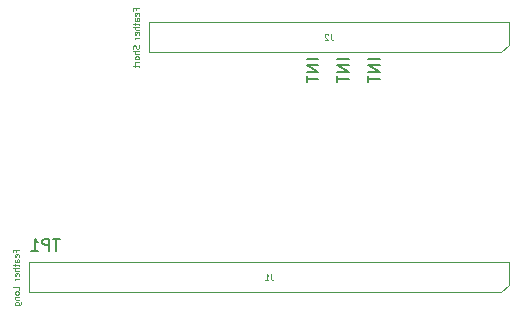
<source format=gbr>
G04 #@! TF.GenerationSoftware,KiCad,Pcbnew,(5.1.5-0-10_14)*
G04 #@! TF.CreationDate,2020-02-04T14:09:25+01:00*
G04 #@! TF.ProjectId,FeatherCAN,46656174-6865-4724-9341-4e2e6b696361,1.0*
G04 #@! TF.SameCoordinates,Original*
G04 #@! TF.FileFunction,Other,Fab,Bot*
%FSLAX46Y46*%
G04 Gerber Fmt 4.6, Leading zero omitted, Abs format (unit mm)*
G04 Created by KiCad (PCBNEW (5.1.5-0-10_14)) date 2020-02-04 14:09:25*
%MOMM*%
%LPD*%
G04 APERTURE LIST*
%ADD10C,0.100000*%
%ADD11C,0.150000*%
G04 APERTURE END LIST*
D10*
X161920000Y-96505000D02*
X161920000Y-94600000D01*
X161920000Y-94600000D02*
X131440000Y-94600000D01*
X131440000Y-94600000D02*
X131440000Y-97140000D01*
X131440000Y-97140000D02*
X161285000Y-97140000D01*
X161285000Y-97140000D02*
X161920000Y-96505000D01*
X161920000Y-116825000D02*
X161920000Y-114920000D01*
X161920000Y-114920000D02*
X121280000Y-114920000D01*
X121280000Y-114920000D02*
X121280000Y-117460000D01*
X121280000Y-117460000D02*
X161285000Y-117460000D01*
X161285000Y-117460000D02*
X161920000Y-116825000D01*
X130344285Y-93584285D02*
X130344285Y-93417619D01*
X130606190Y-93417619D02*
X130106190Y-93417619D01*
X130106190Y-93655714D01*
X130582380Y-94036666D02*
X130606190Y-93989047D01*
X130606190Y-93893809D01*
X130582380Y-93846190D01*
X130534761Y-93822380D01*
X130344285Y-93822380D01*
X130296666Y-93846190D01*
X130272857Y-93893809D01*
X130272857Y-93989047D01*
X130296666Y-94036666D01*
X130344285Y-94060476D01*
X130391904Y-94060476D01*
X130439523Y-93822380D01*
X130606190Y-94489047D02*
X130344285Y-94489047D01*
X130296666Y-94465238D01*
X130272857Y-94417619D01*
X130272857Y-94322380D01*
X130296666Y-94274761D01*
X130582380Y-94489047D02*
X130606190Y-94441428D01*
X130606190Y-94322380D01*
X130582380Y-94274761D01*
X130534761Y-94250952D01*
X130487142Y-94250952D01*
X130439523Y-94274761D01*
X130415714Y-94322380D01*
X130415714Y-94441428D01*
X130391904Y-94489047D01*
X130272857Y-94655714D02*
X130272857Y-94846190D01*
X130106190Y-94727142D02*
X130534761Y-94727142D01*
X130582380Y-94750952D01*
X130606190Y-94798571D01*
X130606190Y-94846190D01*
X130606190Y-95012857D02*
X130106190Y-95012857D01*
X130606190Y-95227142D02*
X130344285Y-95227142D01*
X130296666Y-95203333D01*
X130272857Y-95155714D01*
X130272857Y-95084285D01*
X130296666Y-95036666D01*
X130320476Y-95012857D01*
X130582380Y-95655714D02*
X130606190Y-95608095D01*
X130606190Y-95512857D01*
X130582380Y-95465238D01*
X130534761Y-95441428D01*
X130344285Y-95441428D01*
X130296666Y-95465238D01*
X130272857Y-95512857D01*
X130272857Y-95608095D01*
X130296666Y-95655714D01*
X130344285Y-95679523D01*
X130391904Y-95679523D01*
X130439523Y-95441428D01*
X130606190Y-95893809D02*
X130272857Y-95893809D01*
X130368095Y-95893809D02*
X130320476Y-95917619D01*
X130296666Y-95941428D01*
X130272857Y-95989047D01*
X130272857Y-96036666D01*
X130582380Y-96560476D02*
X130606190Y-96631904D01*
X130606190Y-96750952D01*
X130582380Y-96798571D01*
X130558571Y-96822380D01*
X130510952Y-96846190D01*
X130463333Y-96846190D01*
X130415714Y-96822380D01*
X130391904Y-96798571D01*
X130368095Y-96750952D01*
X130344285Y-96655714D01*
X130320476Y-96608095D01*
X130296666Y-96584285D01*
X130249047Y-96560476D01*
X130201428Y-96560476D01*
X130153809Y-96584285D01*
X130130000Y-96608095D01*
X130106190Y-96655714D01*
X130106190Y-96774761D01*
X130130000Y-96846190D01*
X130606190Y-97060476D02*
X130106190Y-97060476D01*
X130606190Y-97274761D02*
X130344285Y-97274761D01*
X130296666Y-97250952D01*
X130272857Y-97203333D01*
X130272857Y-97131904D01*
X130296666Y-97084285D01*
X130320476Y-97060476D01*
X130606190Y-97584285D02*
X130582380Y-97536666D01*
X130558571Y-97512857D01*
X130510952Y-97489047D01*
X130368095Y-97489047D01*
X130320476Y-97512857D01*
X130296666Y-97536666D01*
X130272857Y-97584285D01*
X130272857Y-97655714D01*
X130296666Y-97703333D01*
X130320476Y-97727142D01*
X130368095Y-97750952D01*
X130510952Y-97750952D01*
X130558571Y-97727142D01*
X130582380Y-97703333D01*
X130606190Y-97655714D01*
X130606190Y-97584285D01*
X130606190Y-97965238D02*
X130272857Y-97965238D01*
X130368095Y-97965238D02*
X130320476Y-97989047D01*
X130296666Y-98012857D01*
X130272857Y-98060476D01*
X130272857Y-98108095D01*
X130272857Y-98203333D02*
X130272857Y-98393809D01*
X130106190Y-98274761D02*
X130534761Y-98274761D01*
X130582380Y-98298571D01*
X130606190Y-98346190D01*
X130606190Y-98393809D01*
X146846666Y-95596190D02*
X146846666Y-95953333D01*
X146870476Y-96024761D01*
X146918095Y-96072380D01*
X146989523Y-96096190D01*
X147037142Y-96096190D01*
X146632380Y-95643809D02*
X146608571Y-95620000D01*
X146560952Y-95596190D01*
X146441904Y-95596190D01*
X146394285Y-95620000D01*
X146370476Y-95643809D01*
X146346666Y-95691428D01*
X146346666Y-95739047D01*
X146370476Y-95810476D01*
X146656190Y-96096190D01*
X146346666Y-96096190D01*
X120184285Y-114011428D02*
X120184285Y-113844761D01*
X120446190Y-113844761D02*
X119946190Y-113844761D01*
X119946190Y-114082857D01*
X120422380Y-114463809D02*
X120446190Y-114416190D01*
X120446190Y-114320952D01*
X120422380Y-114273333D01*
X120374761Y-114249523D01*
X120184285Y-114249523D01*
X120136666Y-114273333D01*
X120112857Y-114320952D01*
X120112857Y-114416190D01*
X120136666Y-114463809D01*
X120184285Y-114487619D01*
X120231904Y-114487619D01*
X120279523Y-114249523D01*
X120446190Y-114916190D02*
X120184285Y-114916190D01*
X120136666Y-114892380D01*
X120112857Y-114844761D01*
X120112857Y-114749523D01*
X120136666Y-114701904D01*
X120422380Y-114916190D02*
X120446190Y-114868571D01*
X120446190Y-114749523D01*
X120422380Y-114701904D01*
X120374761Y-114678095D01*
X120327142Y-114678095D01*
X120279523Y-114701904D01*
X120255714Y-114749523D01*
X120255714Y-114868571D01*
X120231904Y-114916190D01*
X120112857Y-115082857D02*
X120112857Y-115273333D01*
X119946190Y-115154285D02*
X120374761Y-115154285D01*
X120422380Y-115178095D01*
X120446190Y-115225714D01*
X120446190Y-115273333D01*
X120446190Y-115440000D02*
X119946190Y-115440000D01*
X120446190Y-115654285D02*
X120184285Y-115654285D01*
X120136666Y-115630476D01*
X120112857Y-115582857D01*
X120112857Y-115511428D01*
X120136666Y-115463809D01*
X120160476Y-115440000D01*
X120422380Y-116082857D02*
X120446190Y-116035238D01*
X120446190Y-115940000D01*
X120422380Y-115892380D01*
X120374761Y-115868571D01*
X120184285Y-115868571D01*
X120136666Y-115892380D01*
X120112857Y-115940000D01*
X120112857Y-116035238D01*
X120136666Y-116082857D01*
X120184285Y-116106666D01*
X120231904Y-116106666D01*
X120279523Y-115868571D01*
X120446190Y-116320952D02*
X120112857Y-116320952D01*
X120208095Y-116320952D02*
X120160476Y-116344761D01*
X120136666Y-116368571D01*
X120112857Y-116416190D01*
X120112857Y-116463809D01*
X120446190Y-117249523D02*
X120446190Y-117011428D01*
X119946190Y-117011428D01*
X120446190Y-117487619D02*
X120422380Y-117440000D01*
X120398571Y-117416190D01*
X120350952Y-117392380D01*
X120208095Y-117392380D01*
X120160476Y-117416190D01*
X120136666Y-117440000D01*
X120112857Y-117487619D01*
X120112857Y-117559047D01*
X120136666Y-117606666D01*
X120160476Y-117630476D01*
X120208095Y-117654285D01*
X120350952Y-117654285D01*
X120398571Y-117630476D01*
X120422380Y-117606666D01*
X120446190Y-117559047D01*
X120446190Y-117487619D01*
X120112857Y-117868571D02*
X120446190Y-117868571D01*
X120160476Y-117868571D02*
X120136666Y-117892380D01*
X120112857Y-117940000D01*
X120112857Y-118011428D01*
X120136666Y-118059047D01*
X120184285Y-118082857D01*
X120446190Y-118082857D01*
X120112857Y-118535238D02*
X120517619Y-118535238D01*
X120565238Y-118511428D01*
X120589047Y-118487619D01*
X120612857Y-118440000D01*
X120612857Y-118368571D01*
X120589047Y-118320952D01*
X120422380Y-118535238D02*
X120446190Y-118487619D01*
X120446190Y-118392380D01*
X120422380Y-118344761D01*
X120398571Y-118320952D01*
X120350952Y-118297142D01*
X120208095Y-118297142D01*
X120160476Y-118320952D01*
X120136666Y-118344761D01*
X120112857Y-118392380D01*
X120112857Y-118487619D01*
X120136666Y-118535238D01*
X141766666Y-115916190D02*
X141766666Y-116273333D01*
X141790476Y-116344761D01*
X141838095Y-116392380D01*
X141909523Y-116416190D01*
X141957142Y-116416190D01*
X141266666Y-116416190D02*
X141552380Y-116416190D01*
X141409523Y-116416190D02*
X141409523Y-115916190D01*
X141457142Y-115987619D01*
X141504761Y-116035238D01*
X141552380Y-116059047D01*
D11*
X123911904Y-112927380D02*
X123340476Y-112927380D01*
X123626190Y-113927380D02*
X123626190Y-112927380D01*
X123007142Y-113927380D02*
X123007142Y-112927380D01*
X122626190Y-112927380D01*
X122530952Y-112975000D01*
X122483333Y-113022619D01*
X122435714Y-113117857D01*
X122435714Y-113260714D01*
X122483333Y-113355952D01*
X122530952Y-113403571D01*
X122626190Y-113451190D01*
X123007142Y-113451190D01*
X121483333Y-113927380D02*
X122054761Y-113927380D01*
X121769047Y-113927380D02*
X121769047Y-112927380D01*
X121864285Y-113070238D01*
X121959523Y-113165476D01*
X122054761Y-113213095D01*
X148402380Y-97745238D02*
X147402380Y-97745238D01*
X148402380Y-98221428D02*
X147402380Y-98221428D01*
X148402380Y-98792857D01*
X147402380Y-98792857D01*
X147402380Y-99126190D02*
X147402380Y-99697619D01*
X148402380Y-99411904D02*
X147402380Y-99411904D01*
X150977380Y-97745238D02*
X149977380Y-97745238D01*
X150977380Y-98221428D02*
X149977380Y-98221428D01*
X150977380Y-98792857D01*
X149977380Y-98792857D01*
X149977380Y-99126190D02*
X149977380Y-99697619D01*
X150977380Y-99411904D02*
X149977380Y-99411904D01*
X145802380Y-97745238D02*
X144802380Y-97745238D01*
X145802380Y-98221428D02*
X144802380Y-98221428D01*
X145802380Y-98792857D01*
X144802380Y-98792857D01*
X144802380Y-99126190D02*
X144802380Y-99697619D01*
X145802380Y-99411904D02*
X144802380Y-99411904D01*
M02*

</source>
